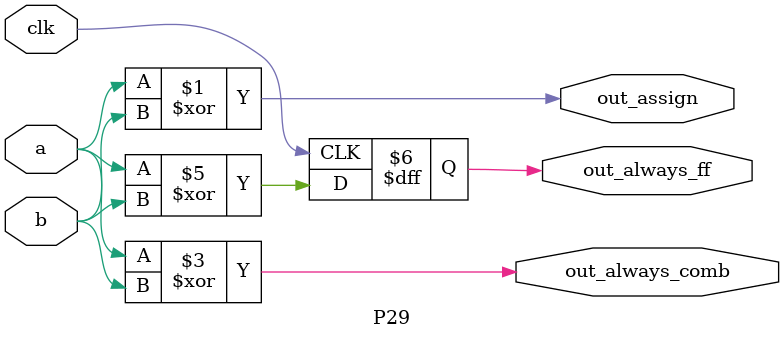
<source format=v>
module P29 (
    input clk,
    input a,
    input b,
    output wire out_assign,
    output reg out_always_comb,
    output reg out_always_ff
);
  // 请用户在下方编辑代码
  assign out_assign = a ^ b;

  always @(*) begin

    out_always_comb = a ^ b;

  end

  always @(posedge clk) begin

    out_always_ff = a ^ b;

  end

  //用户编辑到此为止

endmodule

</source>
